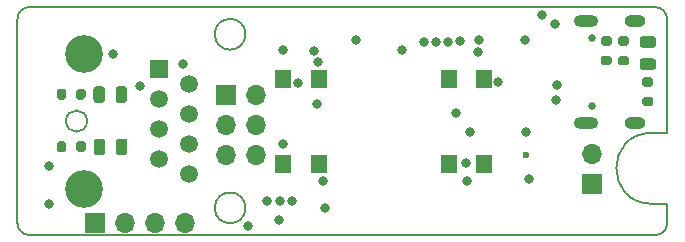
<source format=gbr>
%TF.GenerationSoftware,KiCad,Pcbnew,(5.1.10)-1*%
%TF.CreationDate,2021-10-06T18:40:40-05:00*%
%TF.ProjectId,BYTE_Control_Board,42595445-5f43-46f6-9e74-726f6c5f426f,v2.2*%
%TF.SameCoordinates,Original*%
%TF.FileFunction,Soldermask,Bot*%
%TF.FilePolarity,Negative*%
%FSLAX46Y46*%
G04 Gerber Fmt 4.6, Leading zero omitted, Abs format (unit mm)*
G04 Created by KiCad (PCBNEW (5.1.10)-1) date 2021-10-06 18:40:40*
%MOMM*%
%LPD*%
G01*
G04 APERTURE LIST*
%TA.AperFunction,Profile*%
%ADD10C,0.200000*%
%TD*%
%ADD11O,1.700000X1.700000*%
%ADD12R,1.700000X1.700000*%
%ADD13R,1.400000X1.600000*%
%ADD14C,0.650000*%
%ADD15O,1.800000X1.000000*%
%ADD16O,2.100000X1.000000*%
%ADD17C,1.500000*%
%ADD18R,1.500000X1.500000*%
%ADD19C,3.200000*%
%ADD20C,0.800000*%
%ADD21C,0.600000*%
G04 APERTURE END LIST*
D10*
X121480000Y-143220004D02*
G75*
G02*
X120480000Y-142220004I0J1000000D01*
G01*
X174480000Y-123920004D02*
G75*
G02*
X175480000Y-124920004I0J-1000000D01*
G01*
X174180000Y-140570004D02*
X175480000Y-140570004D01*
X174480000Y-143220004D02*
X121480000Y-143220004D01*
X120480000Y-124920004D02*
G75*
G02*
X121480000Y-123920004I1000000J0D01*
G01*
X126380000Y-133570004D02*
G75*
G03*
X126380000Y-133570004I-900000J0D01*
G01*
X139780001Y-126220004D02*
G75*
G03*
X139780001Y-126220004I-1300001J0D01*
G01*
X174180000Y-140570004D02*
G75*
G02*
X174180000Y-134570004I0J3000000D01*
G01*
X139780001Y-140920004D02*
G75*
G03*
X139780001Y-140920004I-1300001J0D01*
G01*
X175480000Y-140570004D02*
X175480000Y-142220004D01*
X175480000Y-142220004D02*
G75*
G02*
X174480000Y-143220004I-1000000J0D01*
G01*
X120480000Y-142220004D02*
X120480000Y-124920004D01*
X175480000Y-134570004D02*
X174180000Y-134570004D01*
X121480000Y-123920004D02*
X174480000Y-123920004D01*
X175480000Y-124920004D02*
X175480000Y-134570004D01*
D11*
%TO.C,J4*%
X134620000Y-142210000D03*
X132080000Y-142210000D03*
X129540000Y-142210000D03*
D12*
X127000000Y-142210000D03*
%TD*%
D13*
%TO.C,SW1*%
X145980000Y-129970004D03*
X145980000Y-137170004D03*
X142980000Y-129970004D03*
X142980000Y-137170004D03*
%TD*%
%TO.C,SW2*%
X159980000Y-129970004D03*
X159980000Y-137170004D03*
X156980000Y-129970004D03*
X156980000Y-137170004D03*
%TD*%
D11*
%TO.C,J3*%
X140640000Y-136450000D03*
X138100000Y-136450000D03*
X140640000Y-133910000D03*
X138100000Y-133910000D03*
X140640000Y-131370000D03*
D12*
X138100000Y-131370000D03*
%TD*%
%TO.C,R12*%
G36*
G01*
X172065000Y-127205000D02*
X171515000Y-127205000D01*
G75*
G02*
X171315000Y-127005000I0J200000D01*
G01*
X171315000Y-126605000D01*
G75*
G02*
X171515000Y-126405000I200000J0D01*
G01*
X172065000Y-126405000D01*
G75*
G02*
X172265000Y-126605000I0J-200000D01*
G01*
X172265000Y-127005000D01*
G75*
G02*
X172065000Y-127205000I-200000J0D01*
G01*
G37*
G36*
G01*
X172065000Y-128855000D02*
X171515000Y-128855000D01*
G75*
G02*
X171315000Y-128655000I0J200000D01*
G01*
X171315000Y-128255000D01*
G75*
G02*
X171515000Y-128055000I200000J0D01*
G01*
X172065000Y-128055000D01*
G75*
G02*
X172265000Y-128255000I0J-200000D01*
G01*
X172265000Y-128655000D01*
G75*
G02*
X172065000Y-128855000I-200000J0D01*
G01*
G37*
%TD*%
%TO.C,R11*%
G36*
G01*
X170045000Y-128050000D02*
X170595000Y-128050000D01*
G75*
G02*
X170795000Y-128250000I0J-200000D01*
G01*
X170795000Y-128650000D01*
G75*
G02*
X170595000Y-128850000I-200000J0D01*
G01*
X170045000Y-128850000D01*
G75*
G02*
X169845000Y-128650000I0J200000D01*
G01*
X169845000Y-128250000D01*
G75*
G02*
X170045000Y-128050000I200000J0D01*
G01*
G37*
G36*
G01*
X170045000Y-126400000D02*
X170595000Y-126400000D01*
G75*
G02*
X170795000Y-126600000I0J-200000D01*
G01*
X170795000Y-127000000D01*
G75*
G02*
X170595000Y-127200000I-200000J0D01*
G01*
X170045000Y-127200000D01*
G75*
G02*
X169845000Y-127000000I0J200000D01*
G01*
X169845000Y-126600000D01*
G75*
G02*
X170045000Y-126400000I200000J0D01*
G01*
G37*
%TD*%
D11*
%TO.C,J2*%
X169080000Y-136320000D03*
D12*
X169080000Y-138860000D03*
%TD*%
%TO.C,R6*%
G36*
G01*
X125445000Y-131565000D02*
X125445000Y-131015000D01*
G75*
G02*
X125645000Y-130815000I200000J0D01*
G01*
X126045000Y-130815000D01*
G75*
G02*
X126245000Y-131015000I0J-200000D01*
G01*
X126245000Y-131565000D01*
G75*
G02*
X126045000Y-131765000I-200000J0D01*
G01*
X125645000Y-131765000D01*
G75*
G02*
X125445000Y-131565000I0J200000D01*
G01*
G37*
G36*
G01*
X123795000Y-131565000D02*
X123795000Y-131015000D01*
G75*
G02*
X123995000Y-130815000I200000J0D01*
G01*
X124395000Y-130815000D01*
G75*
G02*
X124595000Y-131015000I0J-200000D01*
G01*
X124595000Y-131565000D01*
G75*
G02*
X124395000Y-131765000I-200000J0D01*
G01*
X123995000Y-131765000D01*
G75*
G02*
X123795000Y-131565000I0J200000D01*
G01*
G37*
%TD*%
%TO.C,D3*%
G36*
G01*
X128780000Y-131786250D02*
X128780000Y-130873750D01*
G75*
G02*
X129023750Y-130630000I243750J0D01*
G01*
X129511250Y-130630000D01*
G75*
G02*
X129755000Y-130873750I0J-243750D01*
G01*
X129755000Y-131786250D01*
G75*
G02*
X129511250Y-132030000I-243750J0D01*
G01*
X129023750Y-132030000D01*
G75*
G02*
X128780000Y-131786250I0J243750D01*
G01*
G37*
G36*
G01*
X126905000Y-131786250D02*
X126905000Y-130873750D01*
G75*
G02*
X127148750Y-130630000I243750J0D01*
G01*
X127636250Y-130630000D01*
G75*
G02*
X127880000Y-130873750I0J-243750D01*
G01*
X127880000Y-131786250D01*
G75*
G02*
X127636250Y-132030000I-243750J0D01*
G01*
X127148750Y-132030000D01*
G75*
G02*
X126905000Y-131786250I0J243750D01*
G01*
G37*
%TD*%
D14*
%TO.C,P1*%
X169120000Y-126510000D03*
X169120000Y-132290000D03*
D15*
X172770000Y-125080000D03*
X172770000Y-133720000D03*
D16*
X168620000Y-125080000D03*
X168620000Y-133720000D03*
%TD*%
%TO.C,R4*%
G36*
G01*
X125465000Y-136025000D02*
X125465000Y-135475000D01*
G75*
G02*
X125665000Y-135275000I200000J0D01*
G01*
X126065000Y-135275000D01*
G75*
G02*
X126265000Y-135475000I0J-200000D01*
G01*
X126265000Y-136025000D01*
G75*
G02*
X126065000Y-136225000I-200000J0D01*
G01*
X125665000Y-136225000D01*
G75*
G02*
X125465000Y-136025000I0J200000D01*
G01*
G37*
G36*
G01*
X123815000Y-136025000D02*
X123815000Y-135475000D01*
G75*
G02*
X124015000Y-135275000I200000J0D01*
G01*
X124415000Y-135275000D01*
G75*
G02*
X124615000Y-135475000I0J-200000D01*
G01*
X124615000Y-136025000D01*
G75*
G02*
X124415000Y-136225000I-200000J0D01*
G01*
X124015000Y-136225000D01*
G75*
G02*
X123815000Y-136025000I0J200000D01*
G01*
G37*
%TD*%
%TO.C,R1*%
G36*
G01*
X174125000Y-130655000D02*
X173575000Y-130655000D01*
G75*
G02*
X173375000Y-130455000I0J200000D01*
G01*
X173375000Y-130055000D01*
G75*
G02*
X173575000Y-129855000I200000J0D01*
G01*
X174125000Y-129855000D01*
G75*
G02*
X174325000Y-130055000I0J-200000D01*
G01*
X174325000Y-130455000D01*
G75*
G02*
X174125000Y-130655000I-200000J0D01*
G01*
G37*
G36*
G01*
X174125000Y-132305000D02*
X173575000Y-132305000D01*
G75*
G02*
X173375000Y-132105000I0J200000D01*
G01*
X173375000Y-131705000D01*
G75*
G02*
X173575000Y-131505000I200000J0D01*
G01*
X174125000Y-131505000D01*
G75*
G02*
X174325000Y-131705000I0J-200000D01*
G01*
X174325000Y-132105000D01*
G75*
G02*
X174125000Y-132305000I-200000J0D01*
G01*
G37*
%TD*%
%TO.C,D2*%
G36*
G01*
X128810000Y-136211250D02*
X128810000Y-135298750D01*
G75*
G02*
X129053750Y-135055000I243750J0D01*
G01*
X129541250Y-135055000D01*
G75*
G02*
X129785000Y-135298750I0J-243750D01*
G01*
X129785000Y-136211250D01*
G75*
G02*
X129541250Y-136455000I-243750J0D01*
G01*
X129053750Y-136455000D01*
G75*
G02*
X128810000Y-136211250I0J243750D01*
G01*
G37*
G36*
G01*
X126935000Y-136211250D02*
X126935000Y-135298750D01*
G75*
G02*
X127178750Y-135055000I243750J0D01*
G01*
X127666250Y-135055000D01*
G75*
G02*
X127910000Y-135298750I0J-243750D01*
G01*
X127910000Y-136211250D01*
G75*
G02*
X127666250Y-136455000I-243750J0D01*
G01*
X127178750Y-136455000D01*
G75*
G02*
X126935000Y-136211250I0J243750D01*
G01*
G37*
%TD*%
%TO.C,D1*%
G36*
G01*
X174306250Y-127370000D02*
X173393750Y-127370000D01*
G75*
G02*
X173150000Y-127126250I0J243750D01*
G01*
X173150000Y-126638750D01*
G75*
G02*
X173393750Y-126395000I243750J0D01*
G01*
X174306250Y-126395000D01*
G75*
G02*
X174550000Y-126638750I0J-243750D01*
G01*
X174550000Y-127126250D01*
G75*
G02*
X174306250Y-127370000I-243750J0D01*
G01*
G37*
G36*
G01*
X174306250Y-129245000D02*
X173393750Y-129245000D01*
G75*
G02*
X173150000Y-129001250I0J243750D01*
G01*
X173150000Y-128513750D01*
G75*
G02*
X173393750Y-128270000I243750J0D01*
G01*
X174306250Y-128270000D01*
G75*
G02*
X174550000Y-128513750I0J-243750D01*
G01*
X174550000Y-129001250D01*
G75*
G02*
X174306250Y-129245000I-243750J0D01*
G01*
G37*
%TD*%
D17*
%TO.C,J1*%
X134990000Y-138015004D03*
X132450000Y-136745004D03*
X134990000Y-135475004D03*
X132450000Y-134205004D03*
X134990000Y-132935004D03*
X132450000Y-131665004D03*
X134990000Y-130395004D03*
D18*
X132450000Y-129125004D03*
D19*
X126100000Y-127855004D03*
X126100000Y-139285004D03*
%TD*%
D20*
X163530000Y-134520000D03*
X161150000Y-130280000D03*
X157590000Y-132900000D03*
X159480000Y-127750000D03*
X153040000Y-127530000D03*
X142940000Y-127570000D03*
X134520000Y-128770000D03*
X130850000Y-130580000D03*
X123120000Y-140610000D03*
X123120000Y-137370000D03*
X145592329Y-127600000D03*
X139954000Y-142494000D03*
X159512000Y-126746000D03*
X146350000Y-138675000D03*
X146532588Y-140909990D03*
X142650000Y-141950000D03*
X163810000Y-138450000D03*
X158490000Y-137130000D03*
X166020000Y-125380000D03*
X166060000Y-131780000D03*
X158810000Y-134460000D03*
X163420000Y-126710000D03*
X149145195Y-126680010D03*
X142950000Y-135480000D03*
D21*
X163560000Y-136420000D03*
D20*
X164920000Y-124630000D03*
X166130000Y-130500000D03*
X158540000Y-138650000D03*
X154879989Y-126860920D03*
X128580000Y-127860000D03*
X141600000Y-140350000D03*
X145950000Y-128560000D03*
X144230002Y-130350000D03*
X145800000Y-132120000D03*
X143720000Y-140360000D03*
X142675000Y-140350000D03*
X156910000Y-126900000D03*
X157930000Y-126810000D03*
X155880000Y-126860000D03*
M02*

</source>
